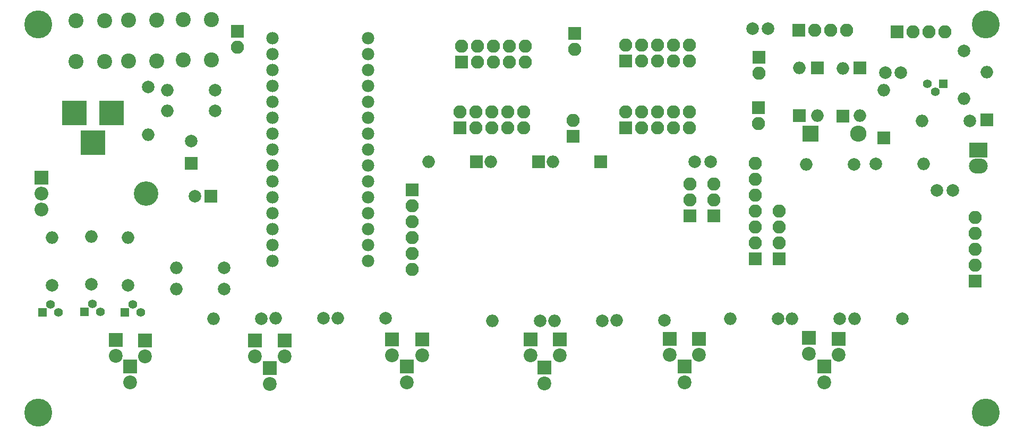
<source format=gbr>
G04 #@! TF.FileFunction,Soldermask,Top*
%FSLAX46Y46*%
G04 Gerber Fmt 4.6, Leading zero omitted, Abs format (unit mm)*
G04 Created by KiCad (PCBNEW 4.0.7) date 06/14/20 19:34:23*
%MOMM*%
%LPD*%
G01*
G04 APERTURE LIST*
%ADD10C,0.100000*%
%ADD11R,2.000000X2.000000*%
%ADD12O,2.000000X2.000000*%
%ADD13R,2.100000X2.100000*%
%ADD14O,2.100000X2.100000*%
%ADD15C,2.000000*%
%ADD16C,4.464000*%
%ADD17C,1.974800*%
%ADD18R,2.600000X2.600000*%
%ADD19O,2.600000X2.600000*%
%ADD20R,3.900000X3.900000*%
%ADD21O,3.900000X3.900000*%
%ADD22R,2.200000X2.200000*%
%ADD23O,2.200000X2.200000*%
%ADD24C,2.200000*%
%ADD25C,1.400000*%
%ADD26R,1.400000X1.400000*%
%ADD27C,2.400000*%
%ADD28R,3.000000X2.400000*%
%ADD29O,3.000000X2.400000*%
G04 APERTURE END LIST*
D10*
D11*
X245975000Y-58550000D03*
D12*
X245975000Y-66170000D03*
D11*
X243225000Y-66250000D03*
D12*
X243225000Y-58630000D03*
D13*
X236220000Y-52540000D03*
D14*
X238760000Y-52540000D03*
X241300000Y-52540000D03*
X243840000Y-52540000D03*
D13*
X233076000Y-89018000D03*
D14*
X233076000Y-86478000D03*
X233076000Y-83938000D03*
X233076000Y-81398000D03*
D11*
X139350000Y-73778000D03*
D15*
X139350000Y-70278000D03*
D11*
X142490000Y-79020000D03*
D15*
X139990000Y-79020000D03*
D16*
X266000000Y-51600000D03*
X115000000Y-113600000D03*
X266000000Y-113600000D03*
X115000000Y-51600000D03*
D15*
X222154000Y-73524000D03*
X219654000Y-73524000D03*
X250010000Y-59320000D03*
X252510000Y-59320000D03*
X260750000Y-78100000D03*
X258250000Y-78100000D03*
D11*
X236325000Y-66225000D03*
D12*
X236325000Y-58605000D03*
D11*
X239150000Y-58550000D03*
D12*
X239150000Y-66170000D03*
D11*
X249730000Y-69740000D03*
D12*
X249730000Y-62120000D03*
D13*
X251920000Y-52770000D03*
D14*
X254460000Y-52770000D03*
X257000000Y-52770000D03*
X259540000Y-52770000D03*
D13*
X174550000Y-78050000D03*
D14*
X174550000Y-80590000D03*
X174550000Y-83130000D03*
X174550000Y-85670000D03*
X174550000Y-88210000D03*
X174550000Y-90750000D03*
D13*
X264300000Y-92600000D03*
D14*
X264300000Y-90060000D03*
X264300000Y-87520000D03*
X264300000Y-84980000D03*
X264300000Y-82440000D03*
D13*
X146700000Y-52700000D03*
D14*
X146700000Y-55240000D03*
D15*
X248500000Y-73870000D03*
D12*
X256120000Y-73870000D03*
D15*
X245060000Y-74010000D03*
D12*
X237440000Y-74010000D03*
D17*
X152280000Y-89380000D03*
X167520000Y-89380000D03*
X152280000Y-86840000D03*
X167520000Y-86840000D03*
X152280000Y-84300000D03*
X167520000Y-84300000D03*
X152280000Y-81760000D03*
X167520000Y-81760000D03*
X152280000Y-79220000D03*
X167520000Y-79220000D03*
X152280000Y-76680000D03*
X167520000Y-76680000D03*
X152280000Y-74140000D03*
X167520000Y-74140000D03*
X152280000Y-71600000D03*
X167520000Y-71600000D03*
X152280000Y-69060000D03*
X167520000Y-69060000D03*
X152280000Y-66520000D03*
X167520000Y-66520000D03*
X152280000Y-63980000D03*
X167520000Y-63980000D03*
X152280000Y-61440000D03*
X167520000Y-61440000D03*
X152280000Y-58900000D03*
X167520000Y-58900000D03*
X152280000Y-56360000D03*
X167520000Y-56360000D03*
X152280000Y-53820000D03*
X167520000Y-53820000D03*
D18*
X238050000Y-69075000D03*
D19*
X245670000Y-69075000D03*
D20*
X126700000Y-65800000D03*
X120700000Y-65800000D03*
X123700000Y-70500000D03*
D21*
X132134000Y-78604000D03*
D22*
X115474000Y-76064000D03*
D23*
X115474000Y-78604000D03*
X115474000Y-81144000D03*
D13*
X200525000Y-53025000D03*
D14*
X200525000Y-55565000D03*
D13*
X229830000Y-56890000D03*
D14*
X229830000Y-59430000D03*
D13*
X229774000Y-64888000D03*
D14*
X229774000Y-67428000D03*
D13*
X200225000Y-69500000D03*
D14*
X200225000Y-66960000D03*
D15*
X231340000Y-52280000D03*
X228840000Y-52280000D03*
X144625000Y-93875000D03*
D12*
X137005000Y-93875000D03*
D15*
X144625000Y-90525000D03*
D12*
X137005000Y-90525000D03*
D22*
X193450000Y-101950000D03*
D24*
X193450000Y-104490000D03*
D22*
X171400000Y-101950000D03*
D24*
X171400000Y-104490000D03*
D22*
X237800000Y-101700000D03*
D24*
X237800000Y-104240000D03*
D22*
X215650000Y-101800000D03*
D24*
X215650000Y-104340000D03*
D22*
X149500000Y-102100000D03*
D24*
X149500000Y-104640000D03*
D22*
X127300000Y-102000000D03*
D24*
X127300000Y-104540000D03*
D22*
X198100000Y-101950000D03*
D24*
X198100000Y-104490000D03*
D22*
X176200000Y-101950000D03*
D24*
X176200000Y-104490000D03*
D22*
X154300000Y-102100000D03*
D24*
X154300000Y-104640000D03*
D22*
X132000000Y-102100000D03*
D24*
X132000000Y-104640000D03*
D22*
X242600000Y-101800000D03*
D24*
X242600000Y-104340000D03*
D22*
X220300000Y-101800000D03*
D24*
X220300000Y-104340000D03*
D22*
X240250000Y-106250000D03*
D24*
X240250000Y-108790000D03*
D22*
X218000000Y-106200000D03*
D24*
X218000000Y-108740000D03*
D22*
X151900000Y-106500000D03*
D24*
X151900000Y-109040000D03*
D22*
X129600000Y-106200000D03*
D24*
X129600000Y-108740000D03*
D22*
X195700000Y-106400000D03*
D24*
X195700000Y-108940000D03*
D22*
X173750000Y-106250000D03*
D24*
X173750000Y-108790000D03*
D25*
X116940000Y-96340000D03*
X118210000Y-97610000D03*
D26*
X115670000Y-97610000D03*
D25*
X123610000Y-96270000D03*
X124880000Y-97540000D03*
D26*
X122340000Y-97540000D03*
D25*
X130050000Y-96340000D03*
X131320000Y-97610000D03*
D26*
X128780000Y-97610000D03*
D15*
X117160000Y-93310000D03*
D12*
X117160000Y-85690000D03*
D15*
X194975000Y-98950000D03*
D12*
X187355000Y-98950000D03*
D15*
X232950000Y-98650000D03*
D12*
X225330000Y-98650000D03*
D15*
X123480000Y-93080000D03*
D12*
X123480000Y-85460000D03*
D15*
X150510000Y-98600000D03*
D12*
X142890000Y-98600000D03*
D15*
X204900000Y-98975000D03*
D12*
X197280000Y-98975000D03*
D15*
X160460000Y-98570000D03*
D12*
X152840000Y-98570000D03*
D15*
X129270000Y-93310000D03*
D12*
X129270000Y-85690000D03*
D15*
X242775000Y-98600000D03*
D12*
X235155000Y-98600000D03*
D15*
X252725000Y-98650000D03*
D12*
X245105000Y-98650000D03*
D15*
X170380000Y-98490000D03*
D12*
X162760000Y-98490000D03*
D15*
X214800000Y-98900000D03*
D12*
X207180000Y-98900000D03*
D15*
X132492000Y-61586000D03*
D12*
X132492000Y-69206000D03*
D15*
X143160000Y-65396000D03*
D12*
X135540000Y-65396000D03*
D15*
X143160000Y-62094000D03*
D12*
X135540000Y-62094000D03*
D27*
X138110000Y-50830000D03*
X142610000Y-50830000D03*
X138110000Y-57330000D03*
X142610000Y-57330000D03*
X129380000Y-50940000D03*
X133880000Y-50940000D03*
X129380000Y-57440000D03*
X133880000Y-57440000D03*
X121030000Y-51030000D03*
X125530000Y-51030000D03*
X121030000Y-57530000D03*
X125530000Y-57530000D03*
D11*
X184816000Y-73524000D03*
D12*
X177196000Y-73524000D03*
D11*
X194722000Y-73524000D03*
D12*
X187102000Y-73524000D03*
D11*
X204628000Y-73524000D03*
D12*
X197008000Y-73524000D03*
D13*
X229266000Y-89018000D03*
D14*
X229266000Y-86478000D03*
X229266000Y-83938000D03*
X229266000Y-81398000D03*
X229266000Y-78858000D03*
X229266000Y-76318000D03*
X229266000Y-73778000D03*
D13*
X218852000Y-82160000D03*
D14*
X218852000Y-79620000D03*
X218852000Y-77080000D03*
D13*
X222662000Y-82160000D03*
D14*
X222662000Y-79620000D03*
X222662000Y-77080000D03*
D11*
X266150000Y-66825000D03*
D12*
X266150000Y-59205000D03*
D28*
X264825000Y-71700000D03*
D29*
X264825000Y-74240000D03*
D25*
X257968000Y-62348000D03*
X256698000Y-61078000D03*
D26*
X259238000Y-61078000D03*
D15*
X262550000Y-55820000D03*
D12*
X262550000Y-63440000D03*
D15*
X263450000Y-67060000D03*
D12*
X255830000Y-67060000D03*
D13*
X182425000Y-57625000D03*
D14*
X182425000Y-55085000D03*
X184965000Y-57625000D03*
X184965000Y-55085000D03*
X187505000Y-57625000D03*
X187505000Y-55085000D03*
X190045000Y-57625000D03*
X190045000Y-55085000D03*
X192585000Y-57625000D03*
X192585000Y-55085000D03*
D13*
X208625000Y-57425000D03*
D14*
X208625000Y-54885000D03*
X211165000Y-57425000D03*
X211165000Y-54885000D03*
X213705000Y-57425000D03*
X213705000Y-54885000D03*
X216245000Y-57425000D03*
X216245000Y-54885000D03*
X218785000Y-57425000D03*
X218785000Y-54885000D03*
D13*
X208600000Y-68125000D03*
D14*
X208600000Y-65585000D03*
X211140000Y-68125000D03*
X211140000Y-65585000D03*
X213680000Y-68125000D03*
X213680000Y-65585000D03*
X216220000Y-68125000D03*
X216220000Y-65585000D03*
X218760000Y-68125000D03*
X218760000Y-65585000D03*
D13*
X182225000Y-68100000D03*
D14*
X182225000Y-65560000D03*
X184765000Y-68100000D03*
X184765000Y-65560000D03*
X187305000Y-68100000D03*
X187305000Y-65560000D03*
X189845000Y-68100000D03*
X189845000Y-65560000D03*
X192385000Y-68100000D03*
X192385000Y-65560000D03*
M02*

</source>
